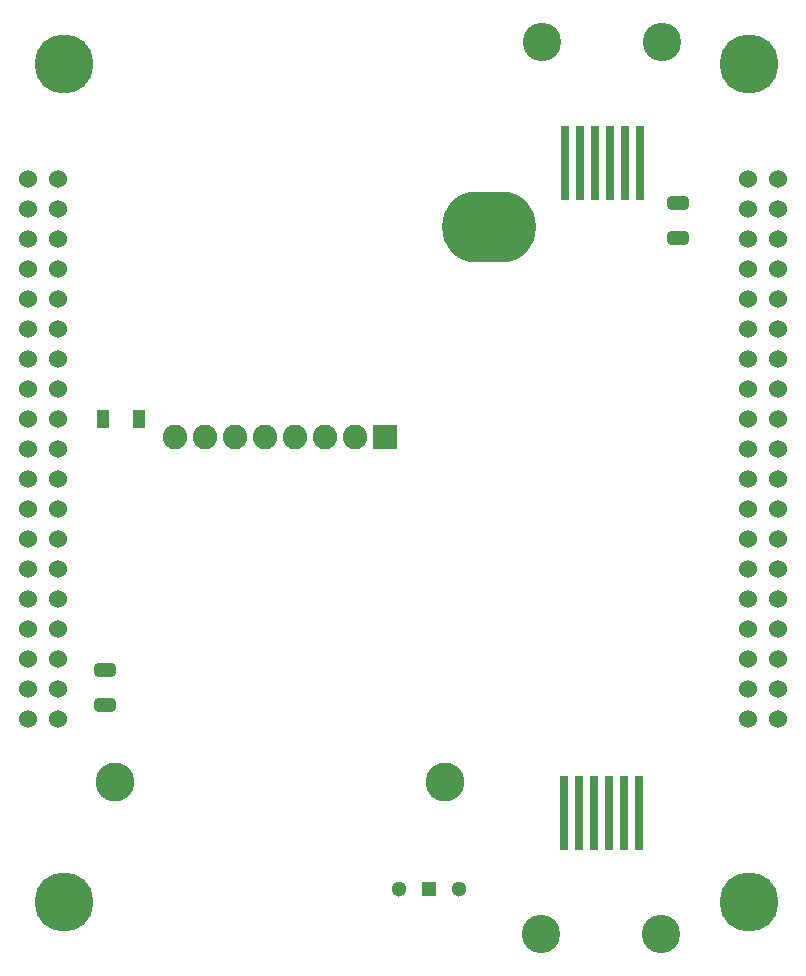
<source format=gbr>
%TF.GenerationSoftware,KiCad,Pcbnew,9.0.2*%
%TF.CreationDate,2025-07-03T17:47:08+02:00*%
%TF.ProjectId,PCB_accueil_STM,5043425f-6163-4637-9565-696c5f53544d,rev?*%
%TF.SameCoordinates,Original*%
%TF.FileFunction,Soldermask,Bot*%
%TF.FilePolarity,Negative*%
%FSLAX46Y46*%
G04 Gerber Fmt 4.6, Leading zero omitted, Abs format (unit mm)*
G04 Created by KiCad (PCBNEW 9.0.2) date 2025-07-03 17:47:08*
%MOMM*%
%LPD*%
G01*
G04 APERTURE LIST*
G04 Aperture macros list*
%AMRoundRect*
0 Rectangle with rounded corners*
0 $1 Rounding radius*
0 $2 $3 $4 $5 $6 $7 $8 $9 X,Y pos of 4 corners*
0 Add a 4 corners polygon primitive as box body*
4,1,4,$2,$3,$4,$5,$6,$7,$8,$9,$2,$3,0*
0 Add four circle primitives for the rounded corners*
1,1,$1+$1,$2,$3*
1,1,$1+$1,$4,$5*
1,1,$1+$1,$6,$7*
1,1,$1+$1,$8,$9*
0 Add four rect primitives between the rounded corners*
20,1,$1+$1,$2,$3,$4,$5,0*
20,1,$1+$1,$4,$5,$6,$7,0*
20,1,$1+$1,$6,$7,$8,$9,0*
20,1,$1+$1,$8,$9,$2,$3,0*%
G04 Aperture macros list end*
%ADD10C,5.000000*%
%ADD11C,3.250000*%
%ADD12R,0.760000X6.350000*%
%ADD13RoundRect,0.250000X0.650000X-0.325000X0.650000X0.325000X-0.650000X0.325000X-0.650000X-0.325000X0*%
%ADD14O,8.000000X6.000000*%
%ADD15R,1.300000X1.300000*%
%ADD16C,1.300000*%
%ADD17R,1.000000X1.600000*%
%ADD18RoundRect,0.250000X-0.650000X0.325000X-0.650000X-0.325000X0.650000X-0.325000X0.650000X0.325000X0*%
%ADD19C,3.302000*%
%ADD20RoundRect,0.101600X-0.939800X0.939800X-0.939800X-0.939800X0.939800X-0.939800X0.939800X0.939800X0*%
%ADD21C,2.082800*%
%ADD22C,1.524000*%
G04 APERTURE END LIST*
D10*
%TO.C,1PIN*%
X86411000Y-131745460D03*
%TD*%
D11*
%TO.C,J1*%
X126917400Y-58951800D03*
X137077400Y-58951800D03*
D12*
X128822400Y-69176800D03*
X130092400Y-69176800D03*
X131362400Y-69176800D03*
X132632400Y-69176800D03*
X133902400Y-69176800D03*
X135172400Y-69176800D03*
%TD*%
D13*
%TO.C,R2*%
X89895000Y-115020460D03*
X89895000Y-112070460D03*
%TD*%
D14*
%TO.C,*%
X122395000Y-74545460D03*
%TD*%
D11*
%TO.C,J2*%
X137011000Y-134405460D03*
X126851000Y-134405460D03*
D12*
X135106000Y-124180460D03*
X133836000Y-124180460D03*
X132566000Y-124180460D03*
X131296000Y-124180460D03*
X130026000Y-124180460D03*
X128756000Y-124180460D03*
%TD*%
D10*
%TO.C,1PIN*%
X144411000Y-131745460D03*
%TD*%
%TO.C,1PIN*%
X86411000Y-60741060D03*
%TD*%
D15*
%TO.C,S1*%
X117367000Y-130609460D03*
D16*
X119907000Y-130609460D03*
X114827000Y-130609460D03*
%TD*%
D17*
%TO.C,D1*%
X89781200Y-90833060D03*
X92781200Y-90833060D03*
%TD*%
D18*
%TO.C,R1*%
X138395000Y-72545460D03*
X138395000Y-75495460D03*
%TD*%
D19*
%TO.C,J3*%
X118687800Y-121554360D03*
X90747800Y-121554360D03*
D20*
X113607800Y-92344360D03*
D21*
X111067800Y-92344360D03*
X108527800Y-92344360D03*
X105987800Y-92344360D03*
X103447800Y-92344360D03*
X100907800Y-92344360D03*
X98367800Y-92344360D03*
X95827800Y-92344360D03*
%TD*%
D22*
%TO.C,CN7*%
X83411000Y-70525460D03*
X85951000Y-70525460D03*
X83411000Y-73065460D03*
X85951000Y-73065460D03*
X83411000Y-75605460D03*
X85951000Y-75605460D03*
X83411000Y-78145460D03*
X85951000Y-78145460D03*
X83411000Y-80685460D03*
X85951000Y-80685460D03*
X83411000Y-83225460D03*
X85951000Y-83225460D03*
X83411000Y-85765460D03*
X85951000Y-85765460D03*
X83411000Y-88305460D03*
X85951000Y-88305460D03*
X83411000Y-90845460D03*
X85951000Y-90845460D03*
X83411000Y-93385460D03*
X85951000Y-93385460D03*
X83411000Y-95925460D03*
X85951000Y-95925460D03*
X83411000Y-98465460D03*
X85951000Y-98465460D03*
X83411000Y-101005460D03*
X85951000Y-101005460D03*
X83411000Y-103545460D03*
X85951000Y-103545460D03*
X83411000Y-106085460D03*
X85951000Y-106085460D03*
X83411000Y-108625460D03*
X85951000Y-108625460D03*
X83411000Y-111165460D03*
X85951000Y-111165460D03*
X83411000Y-113705460D03*
X85951000Y-113705460D03*
X83411000Y-116245460D03*
X85951000Y-116245460D03*
%TD*%
%TO.C,CN10*%
X144371000Y-70525460D03*
X146911000Y-70525460D03*
X144371000Y-73065460D03*
X146911000Y-73065460D03*
X144371000Y-75605460D03*
X146911000Y-75605460D03*
X144371000Y-78145460D03*
X146911000Y-78145460D03*
X144371000Y-80685460D03*
X146911000Y-80685460D03*
X144371000Y-83225460D03*
X146911000Y-83225460D03*
X144371000Y-85765460D03*
X146911000Y-85765460D03*
X144371000Y-88305460D03*
X146911000Y-88305460D03*
X144371000Y-90845460D03*
X146911000Y-90845460D03*
X144371000Y-93385460D03*
X146911000Y-93385460D03*
X144371000Y-95925460D03*
X146911000Y-95925460D03*
X144371000Y-98465460D03*
X146911000Y-98465460D03*
X144371000Y-101005460D03*
X146911000Y-101005460D03*
X144371000Y-103545460D03*
X146911000Y-103545460D03*
X144371000Y-106085460D03*
X146911000Y-106085460D03*
X144371000Y-108625460D03*
X146911000Y-108625460D03*
X144371000Y-111165460D03*
X146911000Y-111165460D03*
X144371000Y-113705460D03*
X146911000Y-113705460D03*
X144371000Y-116245460D03*
X146911000Y-116245460D03*
%TD*%
D10*
%TO.C,1PIN*%
X144411000Y-60745460D03*
%TD*%
D14*
%TO.C,*%
X122395000Y-74545460D03*
%TD*%
M02*

</source>
